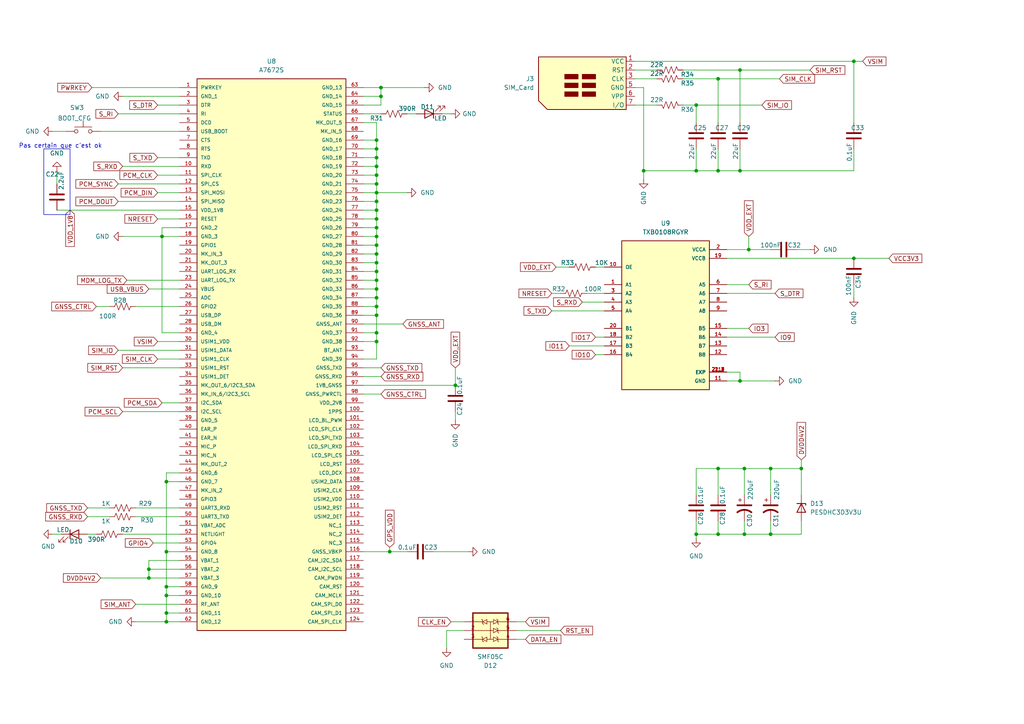
<source format=kicad_sch>
(kicad_sch (version 20231120) (generator "eeschema") (generator_version "8.0")
  (paper "A4")
  (title_block (title "TrackSense") (date "2024-05-07") (rev "BETA_1.0") (company "DFC - Cegep Ste-Foy"))
  (lib_symbols
    (symbol "A7672S:A7672S" (pin_names (offset 1.016))
      (property "Reference" "U" (at 49.53 7.62 0))
      (property "Value" "A7672S" (at 49.53 5.08 0))
      (symbol "A7672S_0_0"
        (pin bidirectional line (at 0 0 0) (length 5.08) (name "PWRKEY") (number "1"))
        (pin bidirectional line (at 0 -22.86 0) (length 5.08) (name "RXD") (number "10"))
        (pin bidirectional line (at 53.34 -93.98 180) (length 5.08) (name "1PPS") (number "100"))
        (pin bidirectional line (at 53.34 -96.52 180) (length 5.08) (name "LCD_BL_PWM") (number "101"))
        (pin bidirectional line (at 53.34 -99.06 180) (length 5.08) (name "LCD_SPI_CLK") (number "102"))
        (pin bidirectional line (at 53.34 -101.6 180) (length 5.08) (name "LCD_SPI_TXD") (number "103"))
        (pin bidirectional line (at 53.34 -104.14 180) (length 5.08) (name "LCD_SPI_RXD") (number "104"))
        (pin bidirectional line (at 53.34 -106.68 180) (length 5.08) (name "LCD_SPI_CS") (number "105"))
        (pin bidirectional line (at 53.34 -109.22 180) (length 5.08) (name "LCD_RST") (number "106"))
        (pin bidirectional line (at 53.34 -111.76 180) (length 5.08) (name "LCD_DCX") (number "107"))
        (pin bidirectional line (at 53.34 -114.3 180) (length 5.08) (name "USIM2_DATA") (number "108"))
        (pin bidirectional line (at 53.34 -116.84 180) (length 5.08) (name "USIM2_CLK") (number "109"))
        (pin bidirectional line (at 0 -25.4 0) (length 5.08) (name "SPI_CLK") (number "11"))
        (pin bidirectional line (at 53.34 -119.38 180) (length 5.08) (name "USIM2_VDD") (number "110"))
        (pin bidirectional line (at 53.34 -121.92 180) (length 5.08) (name "USIM2_RST") (number "111"))
        (pin bidirectional line (at 53.34 -124.46 180) (length 5.08) (name "USIM2_DET") (number "112"))
        (pin bidirectional line (at 53.34 -127 180) (length 5.08) (name "NC_1") (number "113"))
        (pin bidirectional line (at 53.34 -129.54 180) (length 5.08) (name "NC_2") (number "114"))
        (pin bidirectional line (at 53.34 -132.08 180) (length 5.08) (name "NC_3") (number "115"))
        (pin bidirectional line (at 53.34 -134.62 180) (length 5.08) (name "GNSS_VBKP") (number "116"))
        (pin bidirectional line (at 53.34 -137.16 180) (length 5.08) (name "CAM_I2C_SDA") (number "117"))
        (pin bidirectional line (at 53.34 -139.7 180) (length 5.08) (name "CAM_I2C_SCL") (number "118"))
        (pin bidirectional line (at 53.34 -142.24 180) (length 5.08) (name "CAM_PWDN") (number "119"))
        (pin bidirectional line (at 0 -27.94 0) (length 5.08) (name "SPI_CS") (number "12"))
        (pin bidirectional line (at 53.34 -144.78 180) (length 5.08) (name "CAM_RST") (number "120"))
        (pin bidirectional line (at 53.34 -147.32 180) (length 5.08) (name "CAM_MCLK") (number "121"))
        (pin bidirectional line (at 53.34 -149.86 180) (length 5.08) (name "CAM_SPI_D0") (number "122"))
        (pin bidirectional line (at 53.34 -152.4 180) (length 5.08) (name "CAM_SPI_D1") (number "123"))
        (pin bidirectional line (at 53.34 -154.94 180) (length 5.08) (name "CAM_SPI_CLK") (number "124"))
        (pin bidirectional line (at 0 -30.48 0) (length 5.08) (name "SPI_MOSI") (number "13"))
        (pin bidirectional line (at 0 -33.02 0) (length 5.08) (name "SPI_MISO") (number "14"))
        (pin bidirectional line (at 0 -35.56 0) (length 5.08) (name "VDD_1V8") (number "15"))
        (pin bidirectional line (at 0 -38.1 0) (length 5.08) (name "RESET") (number "16"))
        (pin bidirectional line (at 0 -40.64 0) (length 5.08) (name "GND_2") (number "17"))
        (pin bidirectional line (at 0 -43.18 0) (length 5.08) (name "GND_3") (number "18"))
        (pin bidirectional line (at 0 -45.72 0) (length 5.08) (name "GPIO1") (number "19"))
        (pin bidirectional line (at 0 -2.54 0) (length 5.08) (name "GND_1") (number "2"))
        (pin bidirectional line (at 0 -48.26 0) (length 5.08) (name "MK_IN_3") (number "20"))
        (pin bidirectional line (at 0 -50.8 0) (length 5.08) (name "MK_OUT_3") (number "21"))
        (pin bidirectional line (at 0 -53.34 0) (length 5.08) (name "UART_LOG_RX") (number "22"))
        (pin bidirectional line (at 0 -55.88 0) (length 5.08) (name "UART_LOG_TX") (number "23"))
        (pin bidirectional line (at 0 -58.42 0) (length 5.08) (name "VBUS") (number "24"))
        (pin bidirectional line (at 0 -60.96 0) (length 5.08) (name "ADC") (number "25"))
        (pin bidirectional line (at 0 -63.5 0) (length 5.08) (name "GPIO2") (number "26"))
        (pin bidirectional line (at 0 -66.04 0) (length 5.08) (name "USB_DP") (number "27"))
        (pin bidirectional line (at 0 -68.58 0) (length 5.08) (name "USB_DM") (number "28"))
        (pin bidirectional line (at 0 -71.12 0) (length 5.08) (name "GND_4") (number "29"))
        (pin bidirectional line (at 0 -5.08 0) (length 5.08) (name "DTR") (number "3"))
        (pin bidirectional line (at 0 -73.66 0) (length 5.08) (name "USIM1_VDD") (number "30"))
        (pin bidirectional line (at 0 -76.2 0) (length 5.08) (name "USIM1_DATA") (number "31"))
        (pin bidirectional line (at 0 -78.74 0) (length 5.08) (name "USIM1_CLK") (number "32"))
        (pin bidirectional line (at 0 -81.28 0) (length 5.08) (name "USIM1_RST") (number "33"))
        (pin bidirectional line (at 0 -83.82 0) (length 5.08) (name "USIM1_DET") (number "34"))
        (pin bidirectional line (at 0 -86.36 0) (length 5.08) (name "MK_OUT_6/I2C3_SDA") (number "35"))
        (pin bidirectional line (at 0 -88.9 0) (length 5.08) (name "MK_IN_6/I2C3_SCL") (number "36"))
        (pin bidirectional line (at 0 -91.44 0) (length 5.08) (name "I2C_SDA") (number "37"))
        (pin bidirectional line (at 0 -93.98 0) (length 5.08) (name "I2C_SCL") (number "38"))
        (pin bidirectional line (at 0 -96.52 0) (length 5.08) (name "GND_5") (number "39"))
        (pin bidirectional line (at 0 -7.62 0) (length 5.08) (name "RI") (number "4"))
        (pin bidirectional line (at 0 -99.06 0) (length 5.08) (name "EAR_P") (number "40"))
        (pin bidirectional line (at 0 -101.6 0) (length 5.08) (name "EAR_N") (number "41"))
        (pin bidirectional line (at 0 -104.14 0) (length 5.08) (name "MIC_P") (number "42"))
        (pin bidirectional line (at 0 -106.68 0) (length 5.08) (name "MIC_N") (number "43"))
        (pin bidirectional line (at 0 -109.22 0) (length 5.08) (name "MK_OUT_2") (number "44"))
        (pin bidirectional line (at 0 -111.76 0) (length 5.08) (name "GND_6") (number "45"))
        (pin bidirectional line (at 0 -114.3 0) (length 5.08) (name "GND_7") (number "46"))
        (pin bidirectional line (at 0 -116.84 0) (length 5.08) (name "MK_IN_2") (number "47"))
        (pin bidirectional line (at 0 -119.38 0) (length 5.08) (name "GPIO3") (number "48"))
        (pin bidirectional line (at 0 -121.92 0) (length 5.08) (name "UART3_RXD") (number "49"))
        (pin bidirectional line (at 0 -10.16 0) (length 5.08) (name "DCD") (number "5"))
        (pin bidirectional line (at 0 -124.46 0) (length 5.08) (name "UART3_TXD") (number "50"))
        (pin bidirectional line (at 0 -127 0) (length 5.08) (name "VBAT_ADC") (number "51"))
        (pin bidirectional line (at 0 -129.54 0) (length 5.08) (name "NETLIGHT") (number "52"))
        (pin bidirectional line (at 0 -132.08 0) (length 5.08) (name "GPIO4") (number "53"))
        (pin bidirectional line (at 0 -134.62 0) (length 5.08) (name "GND_8") (number "54"))
        (pin bidirectional line (at 0 -137.16 0) (length 5.08) (name "VBAT_1") (number "55"))
        (pin bidirectional line (at 0 -139.7 0) (length 5.08) (name "VBAT_2") (number "56"))
        (pin bidirectional line (at 0 -142.24 0) (length 5.08) (name "VBAT_3") (number "57"))
        (pin bidirectional line (at 0 -144.78 0) (length 5.08) (name "GND_9") (number "58"))
        (pin bidirectional line (at 0 -147.32 0) (length 5.08) (name "GND_10") (number "59"))
        (pin bidirectional line (at 0 -12.7 0) (length 5.08) (name "USB_BOOT") (number "6"))
        (pin bidirectional line (at 0 -149.86 0) (length 5.08) (name "RF_ANT") (number "60"))
        (pin bidirectional line (at 0 -152.4 0) (length 5.08) (name "GND_11") (number "61"))
        (pin bidirectional line (at 0 -154.94 0) (length 5.08) (name "GND_12") (number "62"))
        (pin bidirectional line (at 53.34 0 180) (length 5.08) (name "GND_13") (number "63"))
        (pin bidirectional line (at 53.34 -2.54 180) (length 5.08) (name "GND_14") (number "64"))
        (pin bidirectional line (at 53.34 -5.08 180) (length 5.08) (name "GND_15") (number "65"))
        (pin bidirectional line (at 53.34 -7.62 180) (length 5.08) (name "STATUS") (number "66"))
        (pin bidirectional line (at 53.34 -10.16 180) (length 5.08) (name "MK_OUT_5") (number "67"))
        (pin bidirectional line (at 53.34 -12.7 180) (length 5.08) (name "MK_IN_5") (number "68"))
        (pin bidirectional line (at 53.34 -15.24 180) (length 5.08) (name "GND_16") (number "69"))
        (pin bidirectional line (at 0 -15.24 0) (length 5.08) (name "CTS") (number "7"))
        (pin bidirectional line (at 53.34 -17.78 180) (length 5.08) (name "GND_17") (number "70"))
        (pin bidirectional line (at 53.34 -20.32 180) (length 5.08) (name "GND_18") (number "71"))
        (pin bidirectional line (at 53.34 -22.86 180) (length 5.08) (name "GND_19") (number "72"))
        (pin bidirectional line (at 53.34 -25.4 180) (length 5.08) (name "GND_20") (number "73"))
        (pin bidirectional line (at 53.34 -27.94 180) (length 5.08) (name "GND_21") (number "74"))
        (pin bidirectional line (at 53.34 -30.48 180) (length 5.08) (name "GND_22") (number "75"))
        (pin bidirectional line (at 53.34 -33.02 180) (length 5.08) (name "GND_23") (number "76"))
        (pin bidirectional line (at 53.34 -35.56 180) (length 5.08) (name "GND_24") (number "77"))
        (pin bidirectional line (at 53.34 -38.1 180) (length 5.08) (name "GND_25") (number "78"))
        (pin bidirectional line (at 53.34 -40.64 180) (length 5.08) (name "GND_26") (number "79"))
        (pin bidirectional line (at 0 -17.78 0) (length 5.08) (name "RTS") (number "8"))
        (pin bidirectional line (at 53.34 -43.18 180) (length 5.08) (name "GND_27") (number "80"))
        (pin bidirectional line (at 53.34 -45.72 180) (length 5.08) (name "GND_28") (number "81"))
        (pin bidirectional line (at 53.34 -48.26 180) (length 5.08) (name "GND_29") (number "82"))
        (pin bidirectional line (at 53.34 -50.8 180) (length 5.08) (name "GND_30") (number "83"))
        (pin bidirectional line (at 53.34 -53.34 180) (length 5.08) (name "GND_31") (number "84"))
        (pin bidirectional line (at 53.34 -55.88 180) (length 5.08) (name "GND_32") (number "85"))
        (pin bidirectional line (at 53.34 -58.42 180) (length 5.08) (name "GND_33") (number "86"))
        (pin bidirectional line (at 53.34 -60.96 180) (length 5.08) (name "GND_34") (number "87"))
        (pin bidirectional line (at 53.34 -63.5 180) (length 5.08) (name "GND_35") (number "88"))
        (pin bidirectional line (at 53.34 -66.04 180) (length 5.08) (name "GND_36") (number "89"))
        (pin bidirectional line (at 0 -20.32 0) (length 5.08) (name "TXD") (number "9"))
        (pin bidirectional line (at 53.34 -68.58 180) (length 5.08) (name "GNSS_ANT") (number "90"))
        (pin bidirectional line (at 53.34 -71.12 180) (length 5.08) (name "GND_37") (number "91"))
        (pin bidirectional line (at 53.34 -73.66 180) (length 5.08) (name "GND_38") (number "92"))
        (pin bidirectional line (at 53.34 -76.2 180) (length 5.08) (name "BT_ANT") (number "93"))
        (pin bidirectional line (at 53.34 -78.74 180) (length 5.08) (name "GND_39") (number "94"))
        (pin bidirectional line (at 53.34 -81.28 180) (length 5.08) (name "GNSS_TXD") (number "95"))
        (pin bidirectional line (at 53.34 -83.82 180) (length 5.08) (name "GNSS_RXD") (number "96"))
        (pin bidirectional line (at 53.34 -86.36 180) (length 5.08) (name "1V8_GNSS") (number "97"))
        (pin bidirectional line (at 53.34 -88.9 180) (length 5.08) (name "GNSS_PWRCTL") (number "98"))
        (pin bidirectional line (at 53.34 -91.44 180) (length 5.08) (name "VDD_2V8") (number "99"))
      )
    )
    (symbol "Connector:SIM_Card"
      (property "Reference" "J" (at -2.54 12.7 0))
      (property "Value" "SIM_Card" (at -1.27 10.16 0))
      (symbol "SIM_Card_1_1"
        (pin power_in line (at -12.7 7.62 0) (length 2.54) (name "VCC") (number "1"))
        (pin input line (at -12.7 5.08 0) (length 2.54) (name "RST") (number "2"))
        (pin input line (at -12.7 2.54 0) (length 2.54) (name "CLK") (number "3"))
        (pin power_in line (at -12.7 0 0) (length 2.54) (name "GND") (number "5"))
        (pin input line (at -12.7 -2.54 0) (length 2.54) (name "VPP") (number "6"))
        (pin bidirectional line (at -12.7 -5.08 0) (length 2.54) (name "I/O") (number "7"))
      )
    )
    (symbol "Device:C" (pin_numbers hide) (pin_names (offset 0.254))
      (property "Reference" "C" (at 0.635 2.54 0))
      (property "Value" "C" (at 0.635 -2.54 0))
      (symbol "C_1_1"
        (pin passive line (at 0 3.81 270) (length 2.794) (name "~") (number "1"))
        (pin passive line (at 0 -3.81 90) (length 2.794) (name "~") (number "2"))
      )
    )
    (symbol "Device:C_Polarized_US" (pin_numbers hide) (pin_names (offset 0.254) hide)
      (property "Reference" "C" (at 0.635 2.54 0))
      (property "Value" "C_Polarized_US" (at 0.635 -2.54 0))
      (symbol "C_Polarized_US_1_1"
        (pin passive line (at 0 3.81 270) (length 2.794) (name "~") (number "1"))
        (pin passive line (at 0 -3.81 90) (length 3.302) (name "~") (number "2"))
      )
    )
    (symbol "Device:LED" (pin_numbers hide) (pin_names (offset 1.016) hide)
      (property "Reference" "D" (at 0 2.54 0))
      (property "Value" "LED" (at 0 -2.54 0))
      (symbol "LED_1_1"
        (pin passive line (at -3.81 0 0) (length 2.54) (name "K") (number "1"))
        (pin passive line (at 3.81 0 180) (length 2.54) (name "A") (number "2"))
      )
    )
    (symbol "Device:R_US" (pin_numbers hide) (pin_names (offset 0))
      (property "Reference" "R" (at 2.54 0 90))
      (property "Value" "R_US" (at -2.54 0 90))
      (symbol "R_US_1_1"
        (pin passive line (at 0 3.81 270) (length 1.27) (name "~") (number "1"))
        (pin passive line (at 0 -3.81 90) (length 1.27) (name "~") (number "2"))
      )
    )
    (symbol "Diode:ESD5Zxx" (pin_numbers hide) (pin_names hide)
      (property "Reference" "D" (at 0 2.54 0))
      (property "Value" "ESD5Zxx" (at 0 -2.54 0))
      (symbol "ESD5Zxx_1_1"
        (pin passive line (at -3.81 0 0) (length 2.54) (name "K") (number "1"))
        (pin passive line (at 3.81 0 180) (length 2.54) (name "A") (number "2"))
      )
    )
    (symbol "SMF05CT1G:SMF05CT1G" (pin_names (offset 1.016))
      (property "Reference" "U" (at -5.1114 6.0907 0))
      (property "Value" "SMF05CT1G" (at -5.1118 -9.0963 0))
      (symbol "SMF05CT1G_0_0"
        (pin passive line (at -7.62 2.54 0) (length 5.08) (name "~") (number "1"))
        (pin passive line (at -7.62 0 0) (length 5.08) (name "~") (number "2"))
        (pin passive line (at -7.62 -2.54 0) (length 5.08) (name "~") (number "3"))
        (pin passive line (at 7.62 -2.54 180) (length 5.08) (name "~") (number "4"))
        (pin passive line (at 7.62 0 180) (length 5.08) (name "~") (number "5"))
        (pin passive line (at 7.62 2.54 180) (length 5.08) (name "~") (number "6"))
      )
    )
    (symbol "Switch:SW_Push" (pin_numbers hide) (pin_names (offset 1.016) hide)
      (property "Reference" "SW" (at 1.27 2.54 0))
      (property "Value" "SW_Push" (at 0 -1.524 0))
      (symbol "SW_Push_0_1"
        (pin passive line (at -5.08 0 0) (length 2.54) (name "1") (number "1"))
        (pin passive line (at 5.08 0 180) (length 2.54) (name "2") (number "2"))
      )
    )
    (symbol "TXB0108RGYR:TXB0108RGYR" (pin_names (offset 1.016))
      (property "Reference" "U4" (at 0 27.94 0))
      (property "Value" "TXB0108RGYR" (at 0 25.4 0))
      (symbol "TXB0108RGYR_0_0"
        (pin bidirectional line (at -17.78 10.16 0) (length 5.08) (name "A1") (number "1"))
        (pin input line (at -17.78 15.24 0) (length 5.08) (name "OE") (number "10"))
        (pin power_in line (at 17.78 -17.78 180) (length 5.08) (name "GND") (number "11"))
        (pin bidirectional line (at 17.78 -10.16 180) (length 5.08) (name "B8") (number "12"))
        (pin bidirectional line (at 17.78 -7.62 180) (length 5.08) (name "B7") (number "13"))
        (pin bidirectional line (at 17.78 -5.08 180) (length 5.08) (name "B6") (number "14"))
        (pin bidirectional line (at 17.78 -2.54 180) (length 5.08) (name "B5") (number "15"))
        (pin bidirectional line (at -17.78 -10.16 0) (length 5.08) (name "B4") (number "16"))
        (pin bidirectional line (at -17.78 -7.62 0) (length 5.08) (name "B3") (number "17"))
        (pin bidirectional line (at -17.78 -5.08 0) (length 5.08) (name "B2") (number "18"))
        (pin power_in line (at 17.78 17.78 180) (length 5.08) (name "VCCB") (number "19"))
        (pin power_in line (at 17.78 20.32 180) (length 5.08) (name "VCCA") (number "2"))
        (pin bidirectional line (at -17.78 -2.54 0) (length 5.08) (name "B1") (number "20"))
        (pin power_in line (at 17.78 -15.24 180) (length 5.08) (name "EXP") (number "21"))
        (pin power_in line (at 17.78 -15.24 180) (length 5.08) (name "EXP") (number "21_1"))
        (pin power_in line (at 17.78 -15.24 180) (length 5.08) (name "EXP") (number "21_2"))
        (pin power_in line (at 17.78 -15.24 180) (length 5.08) (name "EXP") (number "21_3"))
        (pin power_in line (at 17.78 -15.24 180) (length 5.08) (name "EXP") (number "21_4"))
        (pin bidirectional line (at -17.78 7.62 0) (length 5.08) (name "A2") (number "3"))
        (pin bidirectional line (at -17.78 5.08 0) (length 5.08) (name "A3") (number "4"))
        (pin bidirectional line (at -17.78 2.54 0) (length 5.08) (name "A4") (number "5"))
        (pin bidirectional line (at 17.78 10.16 180) (length 5.08) (name "A5") (number "6"))
        (pin bidirectional line (at 17.78 7.62 180) (length 5.08) (name "A6") (number "7"))
        (pin bidirectional line (at 17.78 5.08 180) (length 5.08) (name "A7") (number "8"))
        (pin bidirectional line (at 17.78 2.54 180) (length 5.08) (name "A8") (number "9"))
      )
    )
    (symbol "power:GND" (power) (pin_numbers hide) (pin_names (offset 0) hide)
      (property "Value" "GND" (at 0 -3.81 0))
      (symbol "GND_1_1"
        (pin power_in line (at 0 0 270) (length 0) (name "~") (number "1"))
      )
    )
  )
  (junction (at 109.22 53.34))
  (junction (at 223.52 154.94))
  (junction (at 109.22 91.44))
  (junction (at 215.9 154.94))
  (junction (at 109.22 40.64))
  (junction (at 109.22 96.52))
  (junction (at 214.63 49.53))
  (junction (at 201.93 154.94))
  (junction (at 208.28 22.86))
  (junction (at 109.22 88.9))
  (junction (at 217.17 72.39))
  (junction (at 109.22 43.18))
  (junction (at 110.49 27.94))
  (junction (at 109.22 83.82))
  (junction (at 247.65 74.93))
  (junction (at 109.22 45.72))
  (junction (at 109.22 99.06))
  (junction (at 43.18 167.64))
  (junction (at 208.28 135.89))
  (junction (at 201.93 30.48))
  (junction (at 109.22 63.5))
  (junction (at 48.26 180.34))
  (junction (at 215.9 135.89))
  (junction (at 113.03 160.02))
  (junction (at 109.22 55.88))
  (junction (at 43.18 165.1))
  (junction (at 46.99 68.58))
  (junction (at 109.22 66.04))
  (junction (at 201.93 49.53))
  (junction (at 48.26 160.02))
  (junction (at 109.22 81.28))
  (junction (at 223.52 135.89))
  (junction (at 186.69 49.53))
  (junction (at 109.22 58.42))
  (junction (at 214.63 20.32))
  (junction (at 109.22 50.8))
  (junction (at 232.41 135.89))
  (junction (at 110.49 25.4))
  (junction (at 208.28 49.53))
  (junction (at 109.22 78.74))
  (junction (at 109.22 60.96))
  (junction (at 109.22 76.2))
  (junction (at 48.26 172.72))
  (junction (at 214.63 110.49))
  (junction (at 109.22 48.26))
  (junction (at 208.28 154.94))
  (junction (at 109.22 73.66))
  (junction (at 247.65 17.78))
  (junction (at 48.26 170.18))
  (junction (at 48.26 139.7))
  (junction (at 109.22 68.58))
  (junction (at 109.22 86.36))
  (junction (at 132.08 111.76))
  (junction (at 48.26 177.8))
  (junction (at 109.22 71.12))
  (wire (pts (xy 160.02 90.17) (xy 175.26 90.17)))
  (wire (pts (xy 161.29 77.47) (xy 165.1 77.47)))
  (wire (pts (xy 214.63 43.18) (xy 214.63 49.53)))
  (wire (pts (xy 215.9 154.94) (xy 208.28 154.94)))
  (wire (pts (xy 247.65 43.18) (xy 247.65 49.53)))
  (wire (pts (xy 29.21 167.64) (xy 43.18 167.64)))
  (wire (pts (xy 109.22 86.36) (xy 109.22 83.82)))
  (wire (pts (xy 43.18 165.1) (xy 43.18 167.64)))
  (wire (pts (xy 125.73 160.02) (xy 135.89 160.02)))
  (wire (pts (xy 35.56 154.94) (xy 52.07 154.94)))
  (wire (pts (xy 247.65 82.55) (xy 247.65 86.36)))
  (wire (pts (xy 105.41 160.02) (xy 113.03 160.02)))
  (wire (pts (xy 105.41 104.14) (xy 109.22 104.14)))
  (wire (pts (xy 232.41 135.89) (xy 232.41 143.51)))
  (wire (pts (xy 214.63 20.32) (xy 234.95 20.32)))
  (wire (pts (xy 172.72 102.87) (xy 175.26 102.87)))
  (wire (pts (xy 39.37 175.26) (xy 52.07 175.26)))
  (wire (pts (xy 217.17 68.58) (xy 217.17 72.39)))
  (wire (pts (xy 109.22 66.04) (xy 109.22 63.5)))
  (wire (pts (xy 172.72 77.47) (xy 175.26 77.47)))
  (wire (pts (xy 48.26 137.16) (xy 48.26 139.7)))
  (wire (pts (xy 210.82 85.09) (xy 224.79 85.09)))
  (wire (pts (xy 247.65 17.78) (xy 184.15 17.78)))
  (wire (pts (xy 210.82 74.93) (xy 247.65 74.93)))
  (wire (pts (xy 105.41 86.36) (xy 109.22 86.36)))
  (wire (pts (xy 46.99 96.52) (xy 46.99 68.58)))
  (wire (pts (xy 110.49 25.4) (xy 110.49 27.94)))
  (wire (pts (xy 105.41 40.64) (xy 109.22 40.64)))
  (wire (pts (xy 48.26 177.8) (xy 48.26 180.34)))
  (wire (pts (xy 105.41 114.3) (xy 110.49 114.3)))
  (wire (pts (xy 201.93 151.13) (xy 201.93 154.94)))
  (wire (pts (xy 201.93 154.94) (xy 201.93 156.21)))
  (wire (pts (xy 208.28 22.86) (xy 226.06 22.86)))
  (wire (pts (xy 48.26 172.72) (xy 48.26 177.8)))
  (wire (pts (xy 210.82 107.95) (xy 214.63 107.95)))
  (wire (pts (xy 39.37 88.9) (xy 52.07 88.9)))
  (wire (pts (xy 214.63 49.53) (xy 208.28 49.53)))
  (wire (pts (xy 52.07 66.04) (xy 46.99 66.04)))
  (wire (pts (xy 105.41 45.72) (xy 109.22 45.72)))
  (wire (pts (xy 247.65 17.78) (xy 247.65 35.56)))
  (wire (pts (xy 48.26 170.18) (xy 52.07 170.18)))
  (wire (pts (xy 105.41 111.76) (xy 132.08 111.76)))
  (wire (pts (xy 134.62 180.34) (xy 130.81 180.34)))
  (wire (pts (xy 46.99 66.04) (xy 46.99 68.58)))
  (wire (pts (xy 52.07 177.8) (xy 48.26 177.8)))
  (wire (pts (xy 198.12 30.48) (xy 201.93 30.48)))
  (wire (pts (xy 109.22 58.42) (xy 109.22 55.88)))
  (wire (pts (xy 105.41 96.52) (xy 109.22 96.52)))
  (wire (pts (xy 35.56 27.94) (xy 52.07 27.94)))
  (wire (pts (xy 168.91 87.63) (xy 175.26 87.63)))
  (wire (pts (xy 105.41 30.48) (xy 110.49 30.48)))
  (wire (pts (xy 39.37 147.32) (xy 52.07 147.32)))
  (wire (pts (xy 109.22 50.8) (xy 109.22 53.34)))
  (wire (pts (xy 184.15 22.86) (xy 190.5 22.86)))
  (wire (pts (xy 109.22 53.34) (xy 109.22 55.88)))
  (wire (pts (xy 110.49 27.94) (xy 110.49 30.48)))
  (wire (pts (xy 34.29 53.34) (xy 52.07 53.34)))
  (wire (pts (xy 215.9 135.89) (xy 223.52 135.89)))
  (wire (pts (xy 210.82 97.79) (xy 224.79 97.79)))
  (wire (pts (xy 39.37 149.86) (xy 52.07 149.86)))
  (wire (pts (xy 105.41 83.82) (xy 109.22 83.82)))
  (wire (pts (xy 120.65 33.02) (xy 118.11 33.02)))
  (wire (pts (xy 45.72 50.8) (xy 52.07 50.8)))
  (wire (pts (xy 52.07 96.52) (xy 46.99 96.52)))
  (wire (pts (xy 109.22 68.58) (xy 109.22 66.04)))
  (wire (pts (xy 105.41 35.56) (xy 109.22 35.56)))
  (wire (pts (xy 201.93 135.89) (xy 208.28 135.89)))
  (wire (pts (xy 105.41 76.2) (xy 109.22 76.2)))
  (wire (pts (xy 45.72 30.48) (xy 52.07 30.48)))
  (wire (pts (xy 109.22 40.64) (xy 109.22 43.18)))
  (wire (pts (xy 208.28 151.13) (xy 208.28 154.94)))
  (wire (pts (xy 186.69 52.07) (xy 186.69 49.53)))
  (wire (pts (xy 201.93 143.51) (xy 201.93 135.89)))
  (wire (pts (xy 109.22 45.72) (xy 109.22 48.26)))
  (wire (pts (xy 48.26 180.34) (xy 52.07 180.34)))
  (wire (pts (xy 170.18 85.09) (xy 175.26 85.09)))
  (wire (pts (xy 223.52 151.13) (xy 223.52 154.94)))
  (wire (pts (xy 48.26 139.7) (xy 48.26 160.02)))
  (wire (pts (xy 214.63 20.32) (xy 214.63 35.56)))
  (wire (pts (xy 105.41 33.02) (xy 110.49 33.02)))
  (wire (pts (xy 105.41 99.06) (xy 109.22 99.06)))
  (wire (pts (xy 215.9 151.13) (xy 215.9 154.94)))
  (wire (pts (xy 35.56 68.58) (xy 46.99 68.58)))
  (wire (pts (xy 223.52 135.89) (xy 223.52 143.51)))
  (wire (pts (xy 208.28 135.89) (xy 208.28 143.51)))
  (wire (pts (xy 48.26 160.02) (xy 52.07 160.02)))
  (wire (pts (xy 109.22 35.56) (xy 109.22 40.64)))
  (wire (pts (xy 109.22 71.12) (xy 109.22 68.58)))
  (wire (pts (xy 105.41 106.68) (xy 110.49 106.68)))
  (wire (pts (xy 35.56 119.38) (xy 52.07 119.38)))
  (wire (pts (xy 46.99 68.58) (xy 52.07 68.58)))
  (wire (pts (xy 52.07 165.1) (xy 43.18 165.1)))
  (wire (pts (xy 35.56 48.26) (xy 52.07 48.26)))
  (wire (pts (xy 45.72 63.5) (xy 52.07 63.5)))
  (wire (pts (xy 109.22 55.88) (xy 118.11 55.88)))
  (wire (pts (xy 232.41 135.89) (xy 232.41 133.35)))
  (wire (pts (xy 109.22 43.18) (xy 109.22 45.72)))
  (wire (pts (xy 223.52 154.94) (xy 215.9 154.94)))
  (wire (pts (xy 43.18 83.82) (xy 52.07 83.82)))
  (wire (pts (xy 109.22 88.9) (xy 109.22 86.36)))
  (wire (pts (xy 152.4 180.34) (xy 149.86 180.34)))
  (wire (pts (xy 105.41 78.74) (xy 109.22 78.74)))
  (wire (pts (xy 129.54 182.88) (xy 129.54 187.96)))
  (wire (pts (xy 105.41 88.9) (xy 109.22 88.9)))
  (wire (pts (xy 223.52 135.89) (xy 232.41 135.89)))
  (wire (pts (xy 109.22 48.26) (xy 109.22 50.8)))
  (wire (pts (xy 34.29 58.42) (xy 52.07 58.42)))
  (wire (pts (xy 250.19 17.78) (xy 247.65 17.78)))
  (wire (pts (xy 210.82 72.39) (xy 217.17 72.39)))
  (wire (pts (xy 27.94 88.9) (xy 31.75 88.9)))
  (wire (pts (xy 46.99 116.84) (xy 52.07 116.84)))
  (wire (pts (xy 172.72 97.79) (xy 175.26 97.79)))
  (wire (pts (xy 165.1 100.33) (xy 175.26 100.33)))
  (wire (pts (xy 109.22 76.2) (xy 109.22 73.66)))
  (wire (pts (xy 109.22 91.44) (xy 109.22 88.9)))
  (wire (pts (xy 210.82 110.49) (xy 214.63 110.49)))
  (wire (pts (xy 105.41 53.34) (xy 109.22 53.34)))
  (wire (pts (xy 43.18 167.64) (xy 52.07 167.64)))
  (wire (pts (xy 105.41 93.98) (xy 116.84 93.98)))
  (wire (pts (xy 134.62 182.88) (xy 129.54 182.88)))
  (wire (pts (xy 208.28 22.86) (xy 208.28 35.56)))
  (wire (pts (xy 105.41 71.12) (xy 109.22 71.12)))
  (wire (pts (xy 132.08 119.38) (xy 132.08 121.92)))
  (wire (pts (xy 109.22 73.66) (xy 109.22 71.12)))
  (wire (pts (xy 162.56 182.88) (xy 149.86 182.88)))
  (wire (pts (xy 25.4 149.86) (xy 31.75 149.86)))
  (wire (pts (xy 105.41 48.26) (xy 109.22 48.26)))
  (wire (pts (xy 25.4 154.94) (xy 27.94 154.94)))
  (wire (pts (xy 186.69 49.53) (xy 186.69 25.4)))
  (wire (pts (xy 105.41 58.42) (xy 109.22 58.42)))
  (wire (pts (xy 105.41 63.5) (xy 109.22 63.5)))
  (wire (pts (xy 201.93 43.18) (xy 201.93 49.53)))
  (wire (pts (xy 34.29 101.6) (xy 52.07 101.6)))
  (wire (pts (xy 105.41 68.58) (xy 109.22 68.58)))
  (wire (pts (xy 130.81 33.02) (xy 128.27 33.02)))
  (wire (pts (xy 109.22 63.5) (xy 109.22 60.96)))
  (wire (pts (xy 208.28 43.18) (xy 208.28 49.53)))
  (wire (pts (xy 184.15 30.48) (xy 190.5 30.48)))
  (wire (pts (xy 109.22 83.82) (xy 109.22 81.28)))
  (wire (pts (xy 186.69 25.4) (xy 184.15 25.4)))
  (wire (pts (xy 105.41 27.94) (xy 110.49 27.94)))
  (wire (pts (xy 214.63 110.49) (xy 224.79 110.49)))
  (wire (pts (xy 198.12 20.32) (xy 214.63 20.32)))
  (wire (pts (xy 16.51 49.53) (xy 16.51 53.34)))
  (wire (pts (xy 232.41 154.94) (xy 223.52 154.94)))
  (wire (pts (xy 34.29 33.02) (xy 52.07 33.02)))
  (wire (pts (xy 109.22 78.74) (xy 109.22 76.2)))
  (wire (pts (xy 201.93 49.53) (xy 186.69 49.53)))
  (wire (pts (xy 160.02 85.09) (xy 162.56 85.09)))
  (wire (pts (xy 201.93 30.48) (xy 201.93 35.56)))
  (wire (pts (xy 15.24 154.94) (xy 17.78 154.94)))
  (wire (pts (xy 39.37 180.34) (xy 48.26 180.34)))
  (wire (pts (xy 105.41 73.66) (xy 109.22 73.66)))
  (wire (pts (xy 35.56 106.68) (xy 52.07 106.68)))
  (wire (pts (xy 109.22 96.52) (xy 109.22 91.44)))
  (wire (pts (xy 105.41 66.04) (xy 109.22 66.04)))
  (wire (pts (xy 208.28 154.94) (xy 201.93 154.94)))
  (wire (pts (xy 208.28 135.89) (xy 215.9 135.89)))
  (wire (pts (xy 48.26 172.72) (xy 52.07 172.72)))
  (wire (pts (xy 113.03 158.75) (xy 113.03 160.02)))
  (wire (pts (xy 105.41 25.4) (xy 110.49 25.4)))
  (wire (pts (xy 231.14 72.39) (xy 234.95 72.39)))
  (wire (pts (xy 105.41 60.96) (xy 109.22 60.96)))
  (wire (pts (xy 105.41 109.22) (xy 110.49 109.22)))
  (wire (pts (xy 16.51 60.96) (xy 52.07 60.96)))
  (wire (pts (xy 109.22 60.96) (xy 109.22 58.42)))
  (wire (pts (xy 25.4 147.32) (xy 31.75 147.32)))
  (wire (pts (xy 217.17 72.39) (xy 223.52 72.39)))
  (wire (pts (xy 247.65 74.93) (xy 257.81 74.93)))
  (wire (pts (xy 109.22 99.06) (xy 109.22 96.52)))
  (wire (pts (xy 214.63 107.95) (xy 214.63 110.49)))
  (wire (pts (xy 113.03 160.02) (xy 118.11 160.02)))
  (wire (pts (xy 45.72 45.72) (xy 52.07 45.72)))
  (wire (pts (xy 232.41 151.13) (xy 232.41 154.94)))
  (wire (pts (xy 105.41 50.8) (xy 109.22 50.8)))
  (wire (pts (xy 132.08 106.68) (xy 132.08 111.76)))
  (wire (pts (xy 44.45 157.48) (xy 52.07 157.48)))
  (wire (pts (xy 105.41 55.88) (xy 109.22 55.88)))
  (wire (pts (xy 110.49 25.4) (xy 123.19 25.4)))
  (wire (pts (xy 105.41 81.28) (xy 109.22 81.28)))
  (wire (pts (xy 105.41 91.44) (xy 109.22 91.44)))
  (wire (pts (xy 52.07 139.7) (xy 48.26 139.7)))
  (wire (pts (xy 152.4 185.42) (xy 149.86 185.42)))
  (wire (pts (xy 15.24 38.1) (xy 19.05 38.1)))
  (wire (pts (xy 52.07 137.16) (xy 48.26 137.16)))
  (wire (pts (xy 210.82 82.55) (xy 217.17 82.55)))
  (wire (pts (xy 29.21 38.1) (xy 52.07 38.1)))
  (wire (pts (xy 36.83 81.28) (xy 52.07 81.28)))
  (wire (pts (xy 48.26 160.02) (xy 48.26 170.18)))
  (wire (pts (xy 26.67 25.4) (xy 52.07 25.4)))
  (wire (pts (xy 201.93 30.48) (xy 220.98 30.48)))
  (wire (pts (xy 184.15 20.32) (xy 190.5 20.32)))
  (wire (pts (xy 43.18 162.56) (xy 43.18 165.1)))
  (wire (pts (xy 45.72 55.88) (xy 52.07 55.88)))
  (wire (pts (xy 105.41 43.18) (xy 109.22 43.18)))
  (wire (pts (xy 52.07 162.56) (xy 43.18 162.56)))
  (wire (pts (xy 48.26 170.18) (xy 48.26 172.72)))
  (wire (pts (xy 198.12 22.86) (xy 208.28 22.86)))
  (wire (pts (xy 208.28 49.53) (xy 201.93 49.53)))
  (wire (pts (xy 210.82 95.25) (xy 217.17 95.25)))
  (wire (pts (xy 109.22 81.28) (xy 109.22 78.74)))
  (wire (pts (xy 45.72 104.14) (xy 52.07 104.14)))
  (wire (pts (xy 247.65 49.53) (xy 214.63 49.53)))
  (wire (pts (xy 109.22 104.14) (xy 109.22 99.06)))
  (wire (pts (xy 215.9 135.89) (xy 215.9 143.51)))
  (wire (pts (xy 45.72 99.06) (xy 52.07 99.06)))
  (rectangle (start 12.7 43.18) (end 20.32 62.23))
  (text "Pas certain que c'est ok" (at 17.526 42.418 0) (effects (font (size 1.27 1.27))))
  (global_label "SIM_IO" (shape input) (at 34.29 101.6 180) (property "Intersheetrefs" "${INTERSHEET_REFS}" (effects (hide yes))))
  (global_label "S_RXD" (shape input) (at 35.56 48.26 180) (property "Intersheetrefs" "${INTERSHEET_REFS}" (effects (hide yes))))
  (global_label "DATA_EN" (shape input) (at 152.4 185.42 0) (property "Intersheetrefs" "${INTERSHEET_REFS}" (effects (hide yes))))
  (global_label "S_DTR" (shape input) (at 224.79 85.09 0) (property "Intersheetrefs" "${INTERSHEET_REFS}" (effects (hide yes))))
  (global_label "NRESET" (shape input) (at 45.72 63.5 180) (property "Intersheetrefs" "${INTERSHEET_REFS}" (effects (hide yes))))
  (global_label "PCM_SCL" (shape input) (at 35.56 119.38 180) (property "Intersheetrefs" "${INTERSHEET_REFS}" (effects (hide yes))))
  (global_label "GPS_VDD" (shape input) (at 113.03 158.75 90) (property "Intersheetrefs" "${INTERSHEET_REFS}" (effects (hide yes))))
  (global_label "GNSS_TXD" (shape input) (at 110.49 106.68 0) (property "Intersheetrefs" "${INTERSHEET_REFS}" (effects (hide yes))))
  (global_label "PCM_SYNC" (shape input) (at 34.29 53.34 180) (property "Intersheetrefs" "${INTERSHEET_REFS}" (effects (hide yes))))
  (global_label "MDM_LOG_TX" (shape input) (at 36.83 81.28 180) (property "Intersheetrefs" "${INTERSHEET_REFS}" (effects (hide yes))))
  (global_label "S_TXD" (shape input) (at 45.72 45.72 180) (property "Intersheetrefs" "${INTERSHEET_REFS}" (effects (hide yes))))
  (global_label "S_RI" (shape input) (at 217.17 82.55 0) (property "Intersheetrefs" "${INTERSHEET_REFS}" (effects (hide yes))))
  (global_label "VSIM" (shape input) (at 45.72 99.06 180) (property "Intersheetrefs" "${INTERSHEET_REFS}" (effects (hide yes))))
  (global_label "SIM_ANT" (shape input) (at 39.37 175.26 180) (property "Intersheetrefs" "${INTERSHEET_REFS}" (effects (hide yes))))
  (global_label "SIM_CLK" (shape input) (at 45.72 104.14 180) (property "Intersheetrefs" "${INTERSHEET_REFS}" (effects (hide yes))))
  (global_label "IO10" (shape input) (at 172.72 102.87 180) (property "Intersheetrefs" "${INTERSHEET_REFS}" (effects (hide yes))))
  (global_label "GPIO4" (shape input) (at 44.45 157.48 180) (property "Intersheetrefs" "${INTERSHEET_REFS}" (effects (hide yes))))
  (global_label "VCC3V3" (shape input) (at 257.81 74.93 0) (property "Intersheetrefs" "${INTERSHEET_REFS}" (effects (hide yes))))
  (global_label "VDD_EXT" (shape input) (at 161.29 77.47 180) (property "Intersheetrefs" "${INTERSHEET_REFS}" (effects (hide yes))))
  (global_label "IO17" (shape input) (at 172.72 97.79 180) (property "Intersheetrefs" "${INTERSHEET_REFS}" (effects (hide yes))))
  (global_label "IO3" (shape input) (at 217.17 95.25 0) (property "Intersheetrefs" "${INTERSHEET_REFS}" (effects (hide yes))))
  (global_label "SIM_RST" (shape input) (at 35.56 106.68 180) (property "Intersheetrefs" "${INTERSHEET_REFS}" (effects (hide yes))))
  (global_label "GNSS_ANT" (shape input) (at 116.84 93.98 0) (property "Intersheetrefs" "${INTERSHEET_REFS}" (effects (hide yes))))
  (global_label "VDD_EXT" (shape input) (at 132.08 106.68 90) (property "Intersheetrefs" "${INTERSHEET_REFS}" (effects (hide yes))))
  (global_label "NRESET" (shape input) (at 160.02 85.09 180) (property "Intersheetrefs" "${INTERSHEET_REFS}" (effects (hide yes))))
  (global_label "GNSS_RXD" (shape input) (at 110.49 109.22 0) (property "Intersheetrefs" "${INTERSHEET_REFS}" (effects (hide yes))))
  (global_label "PWRKEY" (shape input) (at 26.67 25.4 180) (property "Intersheetrefs" "${INTERSHEET_REFS}" (effects (hide yes))))
  (global_label "IO11" (shape input) (at 165.1 100.33 180) (property "Intersheetrefs" "${INTERSHEET_REFS}" (effects (hide yes))))
  (global_label "GNSS_RXD" (shape input) (at 25.4 149.86 180) (property "Intersheetrefs" "${INTERSHEET_REFS}" (effects (hide yes))))
  (global_label "PCM_SDA" (shape input) (at 46.99 116.84 180) (property "Intersheetrefs" "${INTERSHEET_REFS}" (effects (hide yes))))
  (global_label "SIM_IO" (shape input) (at 220.98 30.48 0) (property "Intersheetrefs" "${INTERSHEET_REFS}" (effects (hide yes))))
  (global_label "RST_EN" (shape input) (at 162.56 182.88 0) (property "Intersheetrefs" "${INTERSHEET_REFS}" (effects (hide yes))))
  (global_label "S_RXD" (shape input) (at 168.91 87.63 180) (property "Intersheetrefs" "${INTERSHEET_REFS}" (effects (hide yes))))
  (global_label "GNSS_CTRL" (shape input) (at 27.94 88.9 180) (property "Intersheetrefs" "${INTERSHEET_REFS}" (effects (hide yes))))
  (global_label "VDD_1V8" (shape input) (at 20.32 60.96 270) (property "Intersheetrefs" "${INTERSHEET_REFS}" (effects (hide yes))))
  (global_label "VSIM" (shape input) (at 152.4 180.34 0) (property "Intersheetrefs" "${INTERSHEET_REFS}" (effects (hide yes))))
  (global_label "DVDD4V2" (shape input) (at 232.41 133.35 90) (property "Intersheetrefs" "${INTERSHEET_REFS}" (effects (hide yes))))
  (global_label "S_DTR" (shape input) (at 45.72 30.48 180) (property "Intersheetrefs" "${INTERSHEET_REFS}" (effects (hide yes))))
  (global_label "VSIM" (shape input) (at 250.19 17.78 0) (property "Intersheetrefs" "${INTERSHEET_REFS}" (effects (hide yes))))
  (global_label "USB_VBUS" (shape input) (at 43.18 83.82 180) (property "Intersheetrefs" "${INTERSHEET_REFS}" (effects (hide yes))))
  (global_label "DVDD4V2" (shape input) (at 29.21 167.64 180) (property "Intersheetrefs" "${INTERSHEET_REFS}" (effects (hide yes))))
  (global_label "GNSS_TXD" (shape input) (at 25.4 147.32 180) (property "Intersheetrefs" "${INTERSHEET_REFS}" (effects (hide yes))))
  (global_label "S_RI" (shape input) (at 34.29 33.02 180) (property "Intersheetrefs" "${INTERSHEET_REFS}" (effects (hide yes))))
  (global_label "PCM_CLK" (shape input) (at 45.72 50.8 180) (property "Intersheetrefs" "${INTERSHEET_REFS}" (effects (hide yes))))
  (global_label "SIM_RST" (shape input) (at 234.95 20.32 0) (property "Intersheetrefs" "${INTERSHEET_REFS}" (effects (hide yes))))
  (global_label "PCM_DOUT" (shape input) (at 34.29 58.42 180) (property "Intersheetrefs" "${INTERSHEET_REFS}" (effects (hide yes))))
  (global_label "VDD_EXT" (shape input) (at 217.17 68.58 90) (property "Intersheetrefs" "${INTERSHEET_REFS}" (effects (hide yes))))
  (global_label "PCM_DIN" (shape input) (at 45.72 55.88 180) (property "Intersheetrefs" "${INTERSHEET_REFS}" (effects (hide yes))))
  (global_label "CLK_EN" (shape input) (at 130.81 180.34 180) (property "Intersheetrefs" "${INTERSHEET_REFS}" (effects (hide yes))))
  (global_label "SIM_CLK" (shape input) (at 226.06 22.86 0) (property "Intersheetrefs" "${INTERSHEET_REFS}" (effects (hide yes))))
  (global_label "S_TXD" (shape input) (at 160.02 90.17 180) (property "Intersheetrefs" "${INTERSHEET_REFS}" (effects (hide yes))))
  (global_label "IO9" (shape input) (at 224.79 97.79 0) (property "Intersheetrefs" "${INTERSHEET_REFS}" (effects (hide yes))))
  (global_label "GNSS_CTRL" (shape input) (at 110.49 114.3 0) (property "Intersheetrefs" "${INTERSHEET_REFS}" (effects (hide yes))))
  (symbol (lib_id "Switch:SW_Push") (at 24.13 38.1 0) (unit 1) (exclude_from_sim yes) (in_bom no) (on_board no)
    (property "Reference" "SW3" (at 22.352 31.242 0))
    (property "Value" "BOOT_CFG" (at 21.59 34.29 0))
    (property "Footprint" "Button_Switch_SMD:SW_SPST_TL3342" (effects (hide yes)))
    (property "Description" "Push button switch, generic, two pins" (effects (hide yes)))
  )
  (symbol (lib_id "Device:C") (at 201.93 39.37 180) (unit 1) (exclude_from_sim yes) (in_bom no) (on_board no)
    (property "Reference" "C25" (at 204.978 37.084 0) (effects (justify left)))
    (property "Value" "22uF" (at 200.66 41.402 90) (effects (justify left)))
    (property "Footprint" "Capacitor_SMD:C_0603_1608Metric" (effects (hide yes)))
    (property "Description" "Unpolarized capacitor" (effects (hide yes)))
  )
  (symbol (lib_id "A7672S:A7672S") (at 52.07 25.4 0) (unit 1) (exclude_from_sim yes) (in_bom no) (on_board no)
    (property "Reference" "U8" (at 78.74 17.78 0))
    (property "Value" "A7672S" (at 78.74 20.32 0))
    (property "Footprint" "KicadLib:A7672S" (effects (hide yes)))
    (property "MF" "SIMCom" (effects (hide yes)))
    (property "DESCRIPTION" "A7672S-FASE (with GNSS + BLE ) - WI-2383-D" (effects (hide yes)))
    (property "Package" "Package" (effects (hide yes)))
    (property "Price" "None" (effects (hide yes)))
    (property "Check_prices" "https://www.snapeda.com/parts/A7672S/SIMCom/view-part/?ref=eda" (effects (hide yes)))
    (property "MP" "A7672S" (effects (hide yes)))
    (property "SnapEDA_Link" "https://www.snapeda.com/parts/A7672S/SIMCom/view-part/?ref=snap" (effects (hide yes)))
    (property "Description_1" "\nLTE Cat 1 Module On Module 10Mbps 700MHz/800MHz/900MHz/1700MHz/1800MHz/1900MHz/2100MHz 33dBm 3.4V to 4.2V -109dBm\n" (effects (hide yes)))
    (property "Availability" "Not in stock" (effects (hide yes)))
    (property "MANUFACTURER_PART_NUMBER" "A7672S" (effects (hide yes)))
  )
  (symbol (lib_id "power:GND") (at 15.24 38.1 270) (unit 1)
    (property "Reference" "#PWR038" (effects (hide yes)))
    (property "Value" "GND" (at 11.43 38.0999 90) (effects (justify right)))
    (property "Description" "Power symbol creates a global label with name \"GND\" , ground" (effects (hide yes)))
  )
  (symbol (lib_id "Device:C_Polarized_US") (at 215.9 147.32 0) (unit 1) (exclude_from_sim yes) (in_bom no) (on_board no)
    (property "Reference" "C30" (at 217.424 152.908 90) (effects (justify left)))
    (property "Value" "220uF" (at 217.678 145.034 90) (effects (justify left)))
    (property "Footprint" "Capacitor_SMD:CP_Elec_3x5.3" (effects (hide yes)))
    (property "Description" "Polarized capacitor, US symbol" (effects (hide yes)))
  )
  (symbol (lib_id "power:GND") (at 247.65 86.36 0) (unit 1)
    (property "Reference" "#PWR054" (effects (hide yes)))
    (property "Value" "GND" (at 247.6501 90.17 90) (effects (justify right)))
    (property "Description" "Power symbol creates a global label with name \"GND\" , ground" (effects (hide yes)))
  )
  (symbol (lib_id "SMF05CT1G:SMF05CT1G") (at 142.24 182.88 0) (unit 1) (exclude_from_sim yes) (in_bom no) (on_board no)
    (property "Reference" "D12" (at 142.24 193.04 0))
    (property "Value" "SMF05C" (at 142.24 190.5 0))
    (property "Footprint" "KicadLib:SOT65P210X110-6N" (effects (hide yes)))
    (property "Description" "SMF05C Series 7.2 V 100 W 5-Line Transient Voltage Suppressor Array - SC-88" (effects (hide yes)))
    (property "MF" "ON Semiconductor" (effects (hide yes)))
    (property "Purchase-URL" "https://www.snapeda.com/api/url_track_click_mouser/?unipart_id=266365&manufacturer=ON Semiconductor&part_name=SMF05CT1G&search_term=smf05c" (effects (hide yes)))
    (property "Package" "SC-88-6 ON Semiconductor" (effects (hide yes)))
    (property "SnapEDA_Link" "https://www.snapeda.com/parts/SMF05CT1G/Onsemi/view-part/?ref=snap" (effects (hide yes)))
    (property "MP" "SMF05CT1G" (effects (hide yes)))
    (property "Description_1" "\n12.5V Clamp 8A (8/20µs) Ipp Tvs Diode Surface Mount SC-88/SC70-6/SOT-363\n" (effects (hide yes)))
    (property "Check_prices" "https://www.snapeda.com/parts/SMF05CT1G/Onsemi/view-part/?ref=eda" (effects (hide yes)))
    (property "PACKAGE" "SOT-363 ON Semiconductor" (effects (hide yes)))
    (property "PRICE" "None" (effects (hide yes)))
    (property "STANDARD" "IPC7351B" (effects (hide yes)))
    (property "Availability" "In Stock" (effects (hide yes)))
    (property "Price" "None" (effects (hide yes)))
    (property "MANUFACTURER" "ON Semiconductor" (effects (hide yes)))
  )
  (symbol (lib_id "Diode:ESD5Zxx") (at 232.41 147.32 270) (unit 1) (exclude_from_sim yes) (in_bom no) (on_board no)
    (property "Reference" "D13" (at 234.95 146.0499 90) (effects (justify left)))
    (property "Value" "PESDHC3D3V3U" (at 234.95 148.5899 90) (effects (justify left)))
    (property "Footprint" "Diode_SMD:D_SOD-323" (effects (hide yes)))
    (property "Datasheet" "https://www.lcsc.com/datasheet/lcsc_datasheet_2003172139_Shanghai-Prisemi-Elec-PESDHC3D3V3U_C496538.pdf" (effects (hide yes)))
    (property "Description" "ESD Protection Diode, SOD-323" (effects (hide yes)))
  )
  (symbol (lib_id "Device:R_US") (at 194.31 30.48 90) (mirror x) (unit 1) (exclude_from_sim yes) (in_bom no) (on_board no)
    (property "Reference" "R36" (at 199.39 31.75 90))
    (property "Value" "22R" (at 190.5 28.956 90))
    (property "Footprint" "Resistor_SMD:R_0612_1632Metric" (effects (hide yes)))
    (property "Description" "Resistor, US symbol" (effects (hide yes)))
  )
  (symbol (lib_id "power:GND") (at 15.24 154.94 270) (unit 1)
    (property "Reference" "#PWR039" (effects (hide yes)))
    (property "Value" "GND" (at 16.002 158.496 90) (effects (justify right)))
    (property "Description" "Power symbol creates a global label with name \"GND\" , ground" (effects (hide yes)))
  )
  (symbol (lib_id "Device:C") (at 208.28 147.32 0) (unit 1) (exclude_from_sim yes) (in_bom no) (on_board no)
    (property "Reference" "C28" (at 209.55 150.368 90))
    (property "Value" "0.1uF" (at 209.55 143.51 90))
    (property "Footprint" "Capacitor_SMD:C_0603_1608Metric" (effects (hide yes)))
    (property "Description" "Unpolarized capacitor" (effects (hide yes)))
  )
  (symbol (lib_id "Device:R_US") (at 35.56 149.86 90) (unit 1) (exclude_from_sim yes) (in_bom no) (on_board no)
    (property "Reference" "R30" (at 42.672 150.876 90))
    (property "Value" "1K" (at 30.734 151.13 90))
    (property "Footprint" "Resistor_SMD:R_0603_1608Metric" (effects (hide yes)))
    (property "Description" "Resistor, US symbol" (effects (hide yes)))
  )
  (symbol (lib_id "power:GND") (at 39.37 180.34 270) (unit 1)
    (property "Reference" "#PWR043" (effects (hide yes)))
    (property "Value" "GND" (at 35.56 180.3399 90) (effects (justify right)))
    (property "Description" "Power symbol creates a global label with name \"GND\" , ground" (effects (hide yes)))
  )
  (symbol (lib_id "Device:C") (at 16.51 57.15 0) (unit 1) (exclude_from_sim yes) (in_bom no) (on_board no)
    (property "Reference" "C22" (at 13.208 50.546 0) (effects (justify left)))
    (property "Value" "2.2uF" (at 17.78 55.118 90) (effects (justify left)))
    (property "Footprint" "Capacitor_SMD:C_0603_1608Metric" (effects (hide yes)))
    (property "Description" "Unpolarized capacitor" (effects (hide yes)))
  )
  (symbol (lib_id "power:GND") (at 186.69 52.07 0) (mirror y) (unit 1)
    (property "Reference" "#PWR050" (effects (hide yes)))
    (property "Value" "GND" (at 186.69 55.372 90) (effects (justify right)))
    (property "Description" "Power symbol creates a global label with name \"GND\" , ground" (effects (hide yes)))
  )
  (symbol (lib_id "Device:R_US") (at 35.56 147.32 90) (unit 1) (exclude_from_sim yes) (in_bom no) (on_board no)
    (property "Reference" "R29" (at 42.164 146.05 90))
    (property "Value" "1K" (at 30.734 146.05 90))
    (property "Footprint" "Resistor_SMD:R_0603_1608Metric" (effects (hide yes)))
    (property "Description" "Resistor, US symbol" (effects (hide yes)))
  )
  (symbol (lib_id "Device:R_US") (at 35.56 88.9 90) (unit 1) (exclude_from_sim yes) (in_bom no) (on_board no)
    (property "Reference" "R28" (at 34.798 87.122 90))
    (property "Value" "100R" (at 31.242 91.694 90))
    (property "Footprint" "Resistor_SMD:R_0603_1608Metric" (effects (hide yes)))
    (property "Description" "Resistor, US symbol" (effects (hide yes)))
  )
  (symbol (lib_id "Device:C") (at 208.28 39.37 180) (unit 1) (exclude_from_sim yes) (in_bom no) (on_board no)
    (property "Reference" "C27" (at 211.328 37.084 0) (effects (justify left)))
    (property "Value" "22uF" (at 207.01 41.402 90) (effects (justify left)))
    (property "Footprint" "Capacitor_SMD:C_0603_1608Metric" (effects (hide yes)))
    (property "Description" "Unpolarized capacitor" (effects (hide yes)))
  )
  (symbol (lib_id "power:GND") (at 135.89 160.02 90) (unit 1)
    (property "Reference" "#PWR049" (effects (hide yes)))
    (property "Value" "GND" (at 139.7 160.0199 90) (effects (justify right)))
    (property "Description" "Power symbol creates a global label with name \"GND\" , ground" (effects (hide yes)))
  )
  (symbol (lib_id "power:GND") (at 130.81 33.02 90) (unit 1)
    (property "Reference" "#PWR047" (effects (hide yes)))
    (property "Value" "GND" (at 134.112 33.02 90) (effects (justify right)))
    (property "Description" "Power symbol creates a global label with name \"GND\" , ground" (effects (hide yes)))
  )
  (symbol (lib_id "power:GND") (at 118.11 55.88 90) (unit 1)
    (property "Reference" "#PWR044" (effects (hide yes)))
    (property "Value" "GND" (at 121.92 55.8799 90) (effects (justify right)))
    (property "Description" "Power symbol creates a global label with name \"GND\" , ground" (effects (hide yes)))
  )
  (symbol (lib_id "power:GND") (at 224.79 110.49 90) (unit 1)
    (property "Reference" "#PWR052" (effects (hide yes)))
    (property "Value" "GND" (at 228.6 110.4899 90) (effects (justify right)))
    (property "Description" "Power symbol creates a global label with name \"GND\" , ground" (effects (hide yes)))
  )
  (symbol (lib_id "power:GND") (at 129.54 187.96 0) (unit 1)
    (property "Reference" "#PWR046" (effects (hide yes)))
    (property "Value" "GND" (at 129.54 193.04 0))
    (property "Description" "Power symbol creates a global label with name \"GND\" , ground" (effects (hide yes)))
  )
  (symbol (lib_id "Device:C") (at 132.08 115.57 0) (unit 1) (exclude_from_sim yes) (in_bom no) (on_board no)
    (property "Reference" "C24" (at 133.35 118.618 90))
    (property "Value" "0.1uF" (at 133.35 111.76 90))
    (property "Footprint" "Capacitor_SMD:C_0603_1608Metric" (effects (hide yes)))
    (property "Description" "Unpolarized capacitor" (effects (hide yes)))
  )
  (symbol (lib_id "power:GND") (at 35.56 68.58 270) (unit 1)
    (property "Reference" "#PWR042" (effects (hide yes)))
    (property "Value" "GND" (at 31.75 68.5799 90) (effects (justify right)))
    (property "Description" "Power symbol creates a global label with name \"GND\" , ground" (effects (hide yes)))
  )
  (symbol (lib_id "power:GND") (at 201.93 156.21 0) (unit 1)
    (property "Reference" "#PWR051" (effects (hide yes)))
    (property "Value" "GND" (at 201.93 161.29 0))
    (property "Description" "Power symbol creates a global label with name \"GND\" , ground" (effects (hide yes)))
  )
  (symbol (lib_id "Connector:SIM_Card") (at 171.45 25.4 0) (mirror y) (unit 1) (exclude_from_sim yes) (in_bom no) (on_board no)
    (property "Reference" "J3" (at 154.94 22.8599 0) (effects (justify left)))
    (property "Value" "SIM_Card" (at 154.94 25.3999 0) (effects (justify left)))
    (property "Footprint" "KicadLib:GCT_SIM8051-6-0-14-00-X-REVD" (effects (hide yes)))
    (property "Datasheet" " ~" (effects (hide yes)))
    (property "Description" "SIM Card" (effects (hide yes)))
  )
  (symbol (lib_id "power:GND") (at 132.08 121.92 0) (unit 1)
    (property "Reference" "#PWR048" (effects (hide yes)))
    (property "Value" "GND" (at 132.0801 125.73 90) (effects (justify right)))
    (property "Description" "Power symbol creates a global label with name \"GND\" , ground" (effects (hide yes)))
  )
  (symbol (lib_id "Device:R_US") (at 194.31 22.86 90) (mirror x) (unit 1) (exclude_from_sim yes) (in_bom no) (on_board no)
    (property "Reference" "R35" (at 199.39 24.13 90))
    (property "Value" "22R" (at 190.5 21.336 90))
    (property "Footprint" "Resistor_SMD:R_0612_1632Metric" (effects (hide yes)))
    (property "Description" "Resistor, US symbol" (effects (hide yes)))
  )
  (symbol (lib_id "power:GND") (at 234.95 72.39 90) (unit 1)
    (property "Reference" "#PWR053" (effects (hide yes)))
    (property "Value" "GND" (at 238.76 72.3899 90) (effects (justify right)))
    (property "Description" "Power symbol creates a global label with name \"GND\" , ground" (effects (hide yes)))
  )
  (symbol (lib_id "Device:C_Polarized_US") (at 223.52 147.32 0) (unit 1) (exclude_from_sim yes) (in_bom no) (on_board no)
    (property "Reference" "C31" (at 225.044 152.908 90) (effects (justify left)))
    (property "Value" "220uF" (at 225.298 145.034 90) (effects (justify left)))
    (property "Footprint" "Capacitor_SMD:CP_Elec_3x5.3" (effects (hide yes)))
    (property "Description" "Polarized capacitor, US symbol" (effects (hide yes)))
  )
  (symbol (lib_id "power:GND") (at 123.19 25.4 90) (unit 1)
    (property "Reference" "#PWR045" (effects (hide yes)))
    (property "Value" "GND" (at 127 25.3999 90) (effects (justify right)))
    (property "Description" "Power symbol creates a global label with name \"GND\" , ground" (effects (hide yes)))
  )
  (symbol (lib_id "power:GND") (at 16.51 49.53 180) (unit 1)
    (property "Reference" "#PWR040" (effects (hide yes)))
    (property "Value" "GND" (at 16.51 44.45 0))
    (property "Description" "Power symbol creates a global label with name \"GND\" , ground" (effects (hide yes)))
  )
  (symbol (lib_id "Device:R_US") (at 166.37 85.09 90) (unit 1) (exclude_from_sim yes) (in_bom no) (on_board no)
    (property "Reference" "R32" (at 162.052 83.82 90))
    (property "Value" "100R" (at 171.958 83.82 90))
    (property "Footprint" "Resistor_SMD:R_0603_1608Metric" (effects (hide yes)))
    (property "Description" "Resistor, US symbol" (effects (hide yes)))
  )
  (symbol (lib_id "Device:C") (at 227.33 72.39 90) (unit 1) (exclude_from_sim yes) (in_bom no) (on_board no)
    (property "Reference" "C32" (at 230.378 71.12 90))
    (property "Value" "100nF" (at 223.52 71.12 90))
    (property "Footprint" "Capacitor_SMD:C_0603_1608Metric" (effects (hide yes)))
    (property "Description" "Unpolarized capacitor" (effects (hide yes)))
  )
  (symbol (lib_id "Device:R_US") (at 31.75 154.94 90) (unit 1) (exclude_from_sim yes) (in_bom no) (on_board no)
    (property "Reference" "R27" (at 36.83 153.67 90))
    (property "Value" "390R" (at 27.94 156.464 90))
    (property "Footprint" "Resistor_SMD:R_0603_1608Metric" (effects (hide yes)))
    (property "Description" "Resistor, US symbol" (effects (hide yes)))
  )
  (symbol (lib_id "Device:LED") (at 124.46 33.02 180) (unit 1) (exclude_from_sim yes) (in_bom no) (on_board no)
    (property "Reference" "D11" (at 123.952 30.988 0))
    (property "Value" "LED" (at 127.762 34.29 0))
    (property "Footprint" "LED_SMD:LED_0603_1608Metric" (effects (hide yes)))
    (property "Description" "Light emitting diode" (effects (hide yes)))
  )
  (symbol (lib_id "Device:C") (at 201.93 147.32 0) (unit 1) (exclude_from_sim yes) (in_bom no) (on_board no)
    (property "Reference" "C26" (at 203.2 150.368 90))
    (property "Value" "0.1uF" (at 203.2 143.51 90))
    (property "Footprint" "Capacitor_SMD:C_0603_1608Metric" (effects (hide yes)))
    (property "Description" "Unpolarized capacitor" (effects (hide yes)))
  )
  (symbol (lib_id "power:GND") (at 35.56 27.94 270) (unit 1)
    (property "Reference" "#PWR041" (effects (hide yes)))
    (property "Value" "GND" (at 31.75 27.9399 90) (effects (justify right)))
    (property "Description" "Power symbol creates a global label with name \"GND\" , ground" (effects (hide yes)))
  )
  (symbol (lib_id "Device:LED") (at 21.59 154.94 0) (unit 1) (exclude_from_sim yes) (in_bom no) (on_board no)
    (property "Reference" "D10" (at 22.098 156.972 0))
    (property "Value" "LED" (at 18.288 153.67 0))
    (property "Footprint" "LED_SMD:LED_0603_1608Metric" (effects (hide yes)))
    (property "Description" "Light emitting diode" (effects (hide yes)))
  )
  (symbol (lib_id "TXB0108RGYR:TXB0108RGYR") (at 193.04 92.71 0) (unit 1) (exclude_from_sim yes) (in_bom no) (on_board no)
    (property "Reference" "U9" (at 193.04 64.77 0))
    (property "Value" "TXB0108RGYR" (at 193.04 67.31 0))
    (property "Footprint" "KicadLib:IC_TXB0108RGYR" (effects (hide yes)))
    (property "Datasheet" "https://www.ti.com/product/TXB0108/part-details/TXB0108RGYR" (effects (hide yes)))
    (property "MF" "Texas Instruments" (effects (hide yes)))
    (property "MAXIMUM_PACKAGE_HEIGHT" "1 mm" (effects (hide yes)))
    (property "Package" "VQFN-20 Texas Instruments" (effects (hide yes)))
    (property "Price" "None" (effects (hide yes)))
    (property "Check_prices" "https://www.snapeda.com/parts/TXB0108RGYR/Texas+Instruments/view-part/?ref=eda" (effects (hide yes)))
    (property "STANDARD" "Manufacturer recommendations" (effects (hide yes)))
    (property "PARTREV" "H" (effects (hide yes)))
    (property "SnapEDA_Link" "https://www.snapeda.com/parts/TXB0108RGYR/Texas+Instruments/view-part/?ref=snap" (effects (hide yes)))
    (property "MP" "TXB0108RGYR" (effects (hide yes)))
    (property "Purchase-URL" "https://www.snapeda.com/api/url_track_click_mouser/?unipart_id=383279&manufacturer=Texas Instruments&part_name=TXB0108RGYR&search_term=txb0108rgyr" (effects (hide yes)))
    (property "Description_1" "\n8-Bit Bidirectional Voltage-Level Shifter with Auto Direction Sensing and +/-15-kV ESD Protect\n" (effects (hide yes)))
    (property "Availability" "In Stock" (effects (hide yes)))
    (property "MANUFACTURER" "Texas Instruments" (effects (hide yes)))
  )
  (symbol (lib_id "Device:C") (at 121.92 160.02 90) (unit 1) (exclude_from_sim yes) (in_bom no) (on_board no)
    (property "Reference" "C23" (at 124.968 158.75 90))
    (property "Value" "0.1uF" (at 118.11 158.75 90))
    (property "Footprint" "Capacitor_SMD:C_0603_1608Metric" (effects (hide yes)))
    (property "Description" "Unpolarized capacitor" (effects (hide yes)))
  )
  (symbol (lib_id "Device:C") (at 247.65 39.37 180) (unit 1) (exclude_from_sim yes) (in_bom no) (on_board no)
    (property "Reference" "C33" (at 250.698 37.084 0) (effects (justify left)))
    (property "Value" "0.1uF" (at 246.38 41.402 90) (effects (justify left)))
    (property "Footprint" "Capacitor_SMD:C_0603_1608Metric" (effects (hide yes)))
    (property "Description" "Unpolarized capacitor" (effects (hide yes)))
  )
  (symbol (lib_id "Device:C") (at 214.63 39.37 180) (unit 1) (exclude_from_sim yes) (in_bom no) (on_board no)
    (property "Reference" "C29" (at 217.678 37.084 0) (effects (justify left)))
    (property "Value" "22uF" (at 213.36 41.402 90) (effects (justify left)))
    (property "Footprint" "Capacitor_SMD:C_0603_1608Metric" (effects (hide yes)))
    (property "Description" "Unpolarized capacitor" (effects (hide yes)))
  )
  (symbol (lib_id "Device:R_US") (at 114.3 33.02 270) (unit 1) (exclude_from_sim yes) (in_bom no) (on_board no)
    (property "Reference" "R31" (at 109.22 34.29 90))
    (property "Value" "390R" (at 118.11 31.496 90))
    (property "Footprint" "Resistor_SMD:R_0612_1632Metric" (effects (hide yes)))
    (property "Description" "Resistor, US symbol" (effects (hide yes)))
  )
  (symbol (lib_id "Device:C") (at 247.65 78.74 0) (unit 1) (exclude_from_sim yes) (in_bom no) (on_board no)
    (property "Reference" "C34" (at 248.92 81.788 90))
    (property "Value" "100nF" (at 246.126 82.804 90))
    (property "Footprint" "Capacitor_SMD:C_0603_1608Metric" (effects (hide yes)))
    (property "Description" "Unpolarized capacitor" (effects (hide yes)))
  )
  (symbol (lib_id "Device:R_US") (at 194.31 20.32 90) (mirror x) (unit 1) (exclude_from_sim yes) (in_bom no) (on_board no)
    (property "Reference" "R34" (at 199.39 21.59 90))
    (property "Value" "22R" (at 190.5 18.796 90))
    (property "Footprint" "Resistor_SMD:R_0612_1632Metric" (effects (hide yes)))
    (property "Description" "Resistor, US symbol" (effects (hide yes)))
  )
  (symbol (lib_id "Device:R_US") (at 168.91 77.47 90) (unit 1) (exclude_from_sim yes) (in_bom no) (on_board no)
    (property "Reference" "R33" (at 164.592 76.2 90))
    (property "Value" "10K" (at 174.498 76.2 90))
    (property "Footprint" "Resistor_SMD:R_0603_1608Metric" (effects (hide yes)))
    (property "Description" "Resistor, US symbol" (effects (hide yes)))
  )
)
</source>
